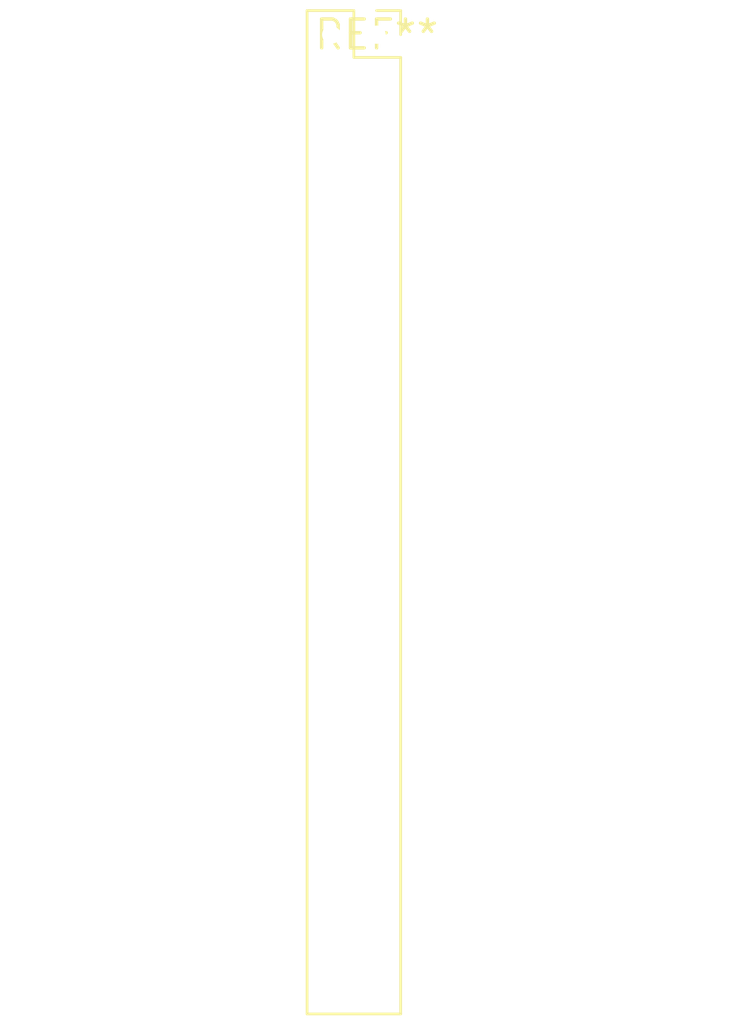
<source format=kicad_pcb>
(kicad_pcb (version 20240108) (generator pcbnew)
  (layers (0 "F.Cu" signal) (31 "B.Cu" signal) (34 "B.Paste" user) (35 "F.Paste" user) (36 "B.SilkS" user "B.Silkscreen") (37 "F.SilkS" user "F.Silkscreen") (38 "B.Mask" user) (39 "F.Mask" user) (44 "Edge.Cuts" user))
  (net 0 "")
  (footprint "PinSocket_2x22_P2.00mm_Vertical" (layer "F.Cu") (at 0 0)
    (property "Reference" "REF**")
    (property "Value" "PinSocket_2x22_P2.00mm_Vertical")
    (fp_line (start -3.06 -1.06) (end -3.06 43.06) (layer "F.SilkS") (stroke (width 0.12)))
    (fp_line (start -3.06 -1.06) (end -1 -1.06) (layer "F.SilkS") (stroke (width 0.12)))
    (fp_line (start -3.06 43.06) (end 1.06 43.06) (layer "F.SilkS") (stroke (width 0.12)))
    (fp_line (start -1 -1.06) (end -1 1) (layer "F.SilkS") (stroke (width 0.12)))
    (fp_line (start -1 1) (end 1.06 1) (layer "F.SilkS") (stroke (width 0.12)))
    (fp_line (start 0 -1.06) (end 1.06 -1.06) (layer "F.SilkS") (stroke (width 0.12)))
    (fp_line (start 1.06 -1.06) (end 1.06 0) (layer "F.SilkS") (stroke (width 0.12)))
    (fp_line (start 1.06 1) (end 1.06 43.06) (layer "F.SilkS") (stroke (width 0.12)))
    (pad "1" thru_hole rect (at 0 0) (size 1.35 1.35) (drill 0.8) (layers *.Cu *.Mask) (remove_unused_layers))
    (pad "2" thru_hole oval (at -2 0) (size 1.35 1.35) (drill 0.8) (layers *.Cu *.Mask) (remove_unused_layers))
    (pad "3" thru_hole oval (at 0 2) (size 1.35 1.35) (drill 0.8) (layers *.Cu *.Mask) (remove_unused_layers))
    (pad "4" thru_hole oval (at -2 2) (size 1.35 1.35) (drill 0.8) (layers *.Cu *.Mask) (remove_unused_layers))
    (pad "5" thru_hole oval (at 0 4) (size 1.35 1.35) (drill 0.8) (layers *.Cu *.Mask) (remove_unused_layers))
    (pad "6" thru_hole oval (at -2 4) (size 1.35 1.35) (drill 0.8) (layers *.Cu *.Mask) (remove_unused_layers))
    (pad "7" thru_hole oval (at 0 6) (size 1.35 1.35) (drill 0.8) (layers *.Cu *.Mask) (remove_unused_layers))
    (pad "8" thru_hole oval (at -2 6) (size 1.35 1.35) (drill 0.8) (layers *.Cu *.Mask) (remove_unused_layers))
    (pad "9" thru_hole oval (at 0 8) (size 1.35 1.35) (drill 0.8) (layers *.Cu *.Mask) (remove_unused_layers))
    (pad "10" thru_hole oval (at -2 8) (size 1.35 1.35) (drill 0.8) (layers *.Cu *.Mask) (remove_unused_layers))
    (pad "11" thru_hole oval (at 0 10) (size 1.35 1.35) (drill 0.8) (layers *.Cu *.Mask) (remove_unused_layers))
    (pad "12" thru_hole oval (at -2 10) (size 1.35 1.35) (drill 0.8) (layers *.Cu *.Mask) (remove_unused_layers))
    (pad "13" thru_hole oval (at 0 12) (size 1.35 1.35) (drill 0.8) (layers *.Cu *.Mask) (remove_unused_layers))
    (pad "14" thru_hole oval (at -2 12) (size 1.35 1.35) (drill 0.8) (layers *.Cu *.Mask) (remove_unused_layers))
    (pad "15" thru_hole oval (at 0 14) (size 1.35 1.35) (drill 0.8) (layers *.Cu *.Mask) (remove_unused_layers))
    (pad "16" thru_hole oval (at -2 14) (size 1.35 1.35) (drill 0.8) (layers *.Cu *.Mask) (remove_unused_layers))
    (pad "17" thru_hole oval (at 0 16) (size 1.35 1.35) (drill 0.8) (layers *.Cu *.Mask) (remove_unused_layers))
    (pad "18" thru_hole oval (at -2 16) (size 1.35 1.35) (drill 0.8) (layers *.Cu *.Mask) (remove_unused_layers))
    (pad "19" thru_hole oval (at 0 18) (size 1.35 1.35) (drill 0.8) (layers *.Cu *.Mask) (remove_unused_layers))
    (pad "20" thru_hole oval (at -2 18) (size 1.35 1.35) (drill 0.8) (layers *.Cu *.Mask) (remove_unused_layers))
    (pad "21" thru_hole oval (at 0 20) (size 1.35 1.35) (drill 0.8) (layers *.Cu *.Mask) (remove_unused_layers))
    (pad "22" thru_hole oval (at -2 20) (size 1.35 1.35) (drill 0.8) (layers *.Cu *.Mask) (remove_unused_layers))
    (pad "23" thru_hole oval (at 0 22) (size 1.35 1.35) (drill 0.8) (layers *.Cu *.Mask) (remove_unused_layers))
    (pad "24" thru_hole oval (at -2 22) (size 1.35 1.35) (drill 0.8) (layers *.Cu *.Mask) (remove_unused_layers))
    (pad "25" thru_hole oval (at 0 24) (size 1.35 1.35) (drill 0.8) (layers *.Cu *.Mask) (remove_unused_layers))
    (pad "26" thru_hole oval (at -2 24) (size 1.35 1.35) (drill 0.8) (layers *.Cu *.Mask) (remove_unused_layers))
    (pad "27" thru_hole oval (at 0 26) (size 1.35 1.35) (drill 0.8) (layers *.Cu *.Mask) (remove_unused_layers))
    (pad "28" thru_hole oval (at -2 26) (size 1.35 1.35) (drill 0.8) (layers *.Cu *.Mask) (remove_unused_layers))
    (pad "29" thru_hole oval (at 0 28) (size 1.35 1.35) (drill 0.8) (layers *.Cu *.Mask) (remove_unused_layers))
    (pad "30" thru_hole oval (at -2 28) (size 1.35 1.35) (drill 0.8) (layers *.Cu *.Mask) (remove_unused_layers))
    (pad "31" thru_hole oval (at 0 30) (size 1.35 1.35) (drill 0.8) (layers *.Cu *.Mask) (remove_unused_layers))
    (pad "32" thru_hole oval (at -2 30) (size 1.35 1.35) (drill 0.8) (layers *.Cu *.Mask) (remove_unused_layers))
    (pad "33" thru_hole oval (at 0 32) (size 1.35 1.35) (drill 0.8) (layers *.Cu *.Mask) (remove_unused_layers))
    (pad "34" thru_hole oval (at -2 32) (size 1.35 1.35) (drill 0.8) (layers *.Cu *.Mask) (remove_unused_layers))
    (pad "35" thru_hole oval (at 0 34) (size 1.35 1.35) (drill 0.8) (layers *.Cu *.Mask) (remove_unused_layers))
    (pad "36" thru_hole oval (at -2 34) (size 1.35 1.35) (drill 0.8) (layers *.Cu *.Mask) (remove_unused_layers))
    (pad "37" thru_hole oval (at 0 36) (size 1.35 1.35) (drill 0.8) (layers *.Cu *.Mask) (remove_unused_layers))
    (pad "38" thru_hole oval (at -2 36) (size 1.35 1.35) (drill 0.8) (layers *.Cu *.Mask) (remove_unused_layers))
    (pad "39" thru_hole oval (at 0 38) (size 1.35 1.35) (drill 0.8) (layers *.Cu *.Mask) (remove_unused_layers))
    (pad "40" thru_hole oval (at -2 38) (size 1.35 1.35) (drill 0.8) (layers *.Cu *.Mask) (remove_unused_layers))
    (pad "41" thru_hole oval (at 0 40) (size 1.35 1.35) (drill 0.8) (layers *.Cu *.Mask) (remove_unused_layers))
    (pad "42" thru_hole oval (at -2 40) (size 1.35 1.35) (drill 0.8) (layers *.Cu *.Mask) (remove_unused_layers))
    (pad "43" thru_hole oval (at 0 42) (size 1.35 1.35) (drill 0.8) (layers *.Cu *.Mask) (remove_unused_layers))
    (pad "44" thru_hole oval (at -2 42) (size 1.35 1.35) (drill 0.8) (layers *.Cu *.Mask) (remove_unused_layers))
  )
)
</source>
